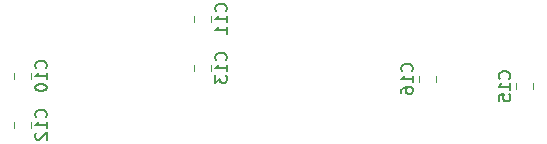
<source format=gbr>
G04 #@! TF.GenerationSoftware,KiCad,Pcbnew,5.1.4-e60b266~84~ubuntu19.04.1*
G04 #@! TF.CreationDate,2019-10-12T12:41:06-05:00*
G04 #@! TF.ProjectId,current sensor board,63757272-656e-4742-9073-656e736f7220,rev?*
G04 #@! TF.SameCoordinates,Original*
G04 #@! TF.FileFunction,Legend,Bot*
G04 #@! TF.FilePolarity,Positive*
%FSLAX46Y46*%
G04 Gerber Fmt 4.6, Leading zero omitted, Abs format (unit mm)*
G04 Created by KiCad (PCBNEW 5.1.4-e60b266~84~ubuntu19.04.1) date 2019-10-12 12:41:06*
%MOMM*%
%LPD*%
G04 APERTURE LIST*
%ADD10C,0.120000*%
%ADD11C,0.150000*%
G04 APERTURE END LIST*
D10*
X98350000Y-74934578D02*
X98350000Y-74417422D01*
X99770000Y-74934578D02*
X99770000Y-74417422D01*
X115010000Y-70108578D02*
X115010000Y-69591422D01*
X113590000Y-70108578D02*
X113590000Y-69591422D01*
X99770000Y-79077078D02*
X99770000Y-78559922D01*
X98350000Y-79077078D02*
X98350000Y-78559922D01*
X113590000Y-74251078D02*
X113590000Y-73733922D01*
X115010000Y-74251078D02*
X115010000Y-73733922D01*
X140895000Y-75306422D02*
X140895000Y-75823578D01*
X142315000Y-75306422D02*
X142315000Y-75823578D01*
X134060000Y-74671422D02*
X134060000Y-75188578D01*
X132640000Y-74671422D02*
X132640000Y-75188578D01*
D11*
X101067142Y-74033142D02*
X101114761Y-73985523D01*
X101162380Y-73842666D01*
X101162380Y-73747428D01*
X101114761Y-73604571D01*
X101019523Y-73509333D01*
X100924285Y-73461714D01*
X100733809Y-73414095D01*
X100590952Y-73414095D01*
X100400476Y-73461714D01*
X100305238Y-73509333D01*
X100210000Y-73604571D01*
X100162380Y-73747428D01*
X100162380Y-73842666D01*
X100210000Y-73985523D01*
X100257619Y-74033142D01*
X101162380Y-74985523D02*
X101162380Y-74414095D01*
X101162380Y-74699809D02*
X100162380Y-74699809D01*
X100305238Y-74604571D01*
X100400476Y-74509333D01*
X100448095Y-74414095D01*
X100162380Y-75604571D02*
X100162380Y-75699809D01*
X100210000Y-75795047D01*
X100257619Y-75842666D01*
X100352857Y-75890285D01*
X100543333Y-75937904D01*
X100781428Y-75937904D01*
X100971904Y-75890285D01*
X101067142Y-75842666D01*
X101114761Y-75795047D01*
X101162380Y-75699809D01*
X101162380Y-75604571D01*
X101114761Y-75509333D01*
X101067142Y-75461714D01*
X100971904Y-75414095D01*
X100781428Y-75366476D01*
X100543333Y-75366476D01*
X100352857Y-75414095D01*
X100257619Y-75461714D01*
X100210000Y-75509333D01*
X100162380Y-75604571D01*
X116307142Y-69207142D02*
X116354761Y-69159523D01*
X116402380Y-69016666D01*
X116402380Y-68921428D01*
X116354761Y-68778571D01*
X116259523Y-68683333D01*
X116164285Y-68635714D01*
X115973809Y-68588095D01*
X115830952Y-68588095D01*
X115640476Y-68635714D01*
X115545238Y-68683333D01*
X115450000Y-68778571D01*
X115402380Y-68921428D01*
X115402380Y-69016666D01*
X115450000Y-69159523D01*
X115497619Y-69207142D01*
X116402380Y-70159523D02*
X116402380Y-69588095D01*
X116402380Y-69873809D02*
X115402380Y-69873809D01*
X115545238Y-69778571D01*
X115640476Y-69683333D01*
X115688095Y-69588095D01*
X116402380Y-71111904D02*
X116402380Y-70540476D01*
X116402380Y-70826190D02*
X115402380Y-70826190D01*
X115545238Y-70730952D01*
X115640476Y-70635714D01*
X115688095Y-70540476D01*
X101067142Y-78175642D02*
X101114761Y-78128023D01*
X101162380Y-77985166D01*
X101162380Y-77889928D01*
X101114761Y-77747071D01*
X101019523Y-77651833D01*
X100924285Y-77604214D01*
X100733809Y-77556595D01*
X100590952Y-77556595D01*
X100400476Y-77604214D01*
X100305238Y-77651833D01*
X100210000Y-77747071D01*
X100162380Y-77889928D01*
X100162380Y-77985166D01*
X100210000Y-78128023D01*
X100257619Y-78175642D01*
X101162380Y-79128023D02*
X101162380Y-78556595D01*
X101162380Y-78842309D02*
X100162380Y-78842309D01*
X100305238Y-78747071D01*
X100400476Y-78651833D01*
X100448095Y-78556595D01*
X100257619Y-79508976D02*
X100210000Y-79556595D01*
X100162380Y-79651833D01*
X100162380Y-79889928D01*
X100210000Y-79985166D01*
X100257619Y-80032785D01*
X100352857Y-80080404D01*
X100448095Y-80080404D01*
X100590952Y-80032785D01*
X101162380Y-79461357D01*
X101162380Y-80080404D01*
X116307142Y-73349642D02*
X116354761Y-73302023D01*
X116402380Y-73159166D01*
X116402380Y-73063928D01*
X116354761Y-72921071D01*
X116259523Y-72825833D01*
X116164285Y-72778214D01*
X115973809Y-72730595D01*
X115830952Y-72730595D01*
X115640476Y-72778214D01*
X115545238Y-72825833D01*
X115450000Y-72921071D01*
X115402380Y-73063928D01*
X115402380Y-73159166D01*
X115450000Y-73302023D01*
X115497619Y-73349642D01*
X116402380Y-74302023D02*
X116402380Y-73730595D01*
X116402380Y-74016309D02*
X115402380Y-74016309D01*
X115545238Y-73921071D01*
X115640476Y-73825833D01*
X115688095Y-73730595D01*
X115402380Y-74635357D02*
X115402380Y-75254404D01*
X115783333Y-74921071D01*
X115783333Y-75063928D01*
X115830952Y-75159166D01*
X115878571Y-75206785D01*
X115973809Y-75254404D01*
X116211904Y-75254404D01*
X116307142Y-75206785D01*
X116354761Y-75159166D01*
X116402380Y-75063928D01*
X116402380Y-74778214D01*
X116354761Y-74682976D01*
X116307142Y-74635357D01*
X140312142Y-74922142D02*
X140359761Y-74874523D01*
X140407380Y-74731666D01*
X140407380Y-74636428D01*
X140359761Y-74493571D01*
X140264523Y-74398333D01*
X140169285Y-74350714D01*
X139978809Y-74303095D01*
X139835952Y-74303095D01*
X139645476Y-74350714D01*
X139550238Y-74398333D01*
X139455000Y-74493571D01*
X139407380Y-74636428D01*
X139407380Y-74731666D01*
X139455000Y-74874523D01*
X139502619Y-74922142D01*
X140407380Y-75874523D02*
X140407380Y-75303095D01*
X140407380Y-75588809D02*
X139407380Y-75588809D01*
X139550238Y-75493571D01*
X139645476Y-75398333D01*
X139693095Y-75303095D01*
X139407380Y-76779285D02*
X139407380Y-76303095D01*
X139883571Y-76255476D01*
X139835952Y-76303095D01*
X139788333Y-76398333D01*
X139788333Y-76636428D01*
X139835952Y-76731666D01*
X139883571Y-76779285D01*
X139978809Y-76826904D01*
X140216904Y-76826904D01*
X140312142Y-76779285D01*
X140359761Y-76731666D01*
X140407380Y-76636428D01*
X140407380Y-76398333D01*
X140359761Y-76303095D01*
X140312142Y-76255476D01*
X132057142Y-74287142D02*
X132104761Y-74239523D01*
X132152380Y-74096666D01*
X132152380Y-74001428D01*
X132104761Y-73858571D01*
X132009523Y-73763333D01*
X131914285Y-73715714D01*
X131723809Y-73668095D01*
X131580952Y-73668095D01*
X131390476Y-73715714D01*
X131295238Y-73763333D01*
X131200000Y-73858571D01*
X131152380Y-74001428D01*
X131152380Y-74096666D01*
X131200000Y-74239523D01*
X131247619Y-74287142D01*
X132152380Y-75239523D02*
X132152380Y-74668095D01*
X132152380Y-74953809D02*
X131152380Y-74953809D01*
X131295238Y-74858571D01*
X131390476Y-74763333D01*
X131438095Y-74668095D01*
X131152380Y-76096666D02*
X131152380Y-75906190D01*
X131200000Y-75810952D01*
X131247619Y-75763333D01*
X131390476Y-75668095D01*
X131580952Y-75620476D01*
X131961904Y-75620476D01*
X132057142Y-75668095D01*
X132104761Y-75715714D01*
X132152380Y-75810952D01*
X132152380Y-76001428D01*
X132104761Y-76096666D01*
X132057142Y-76144285D01*
X131961904Y-76191904D01*
X131723809Y-76191904D01*
X131628571Y-76144285D01*
X131580952Y-76096666D01*
X131533333Y-76001428D01*
X131533333Y-75810952D01*
X131580952Y-75715714D01*
X131628571Y-75668095D01*
X131723809Y-75620476D01*
M02*

</source>
